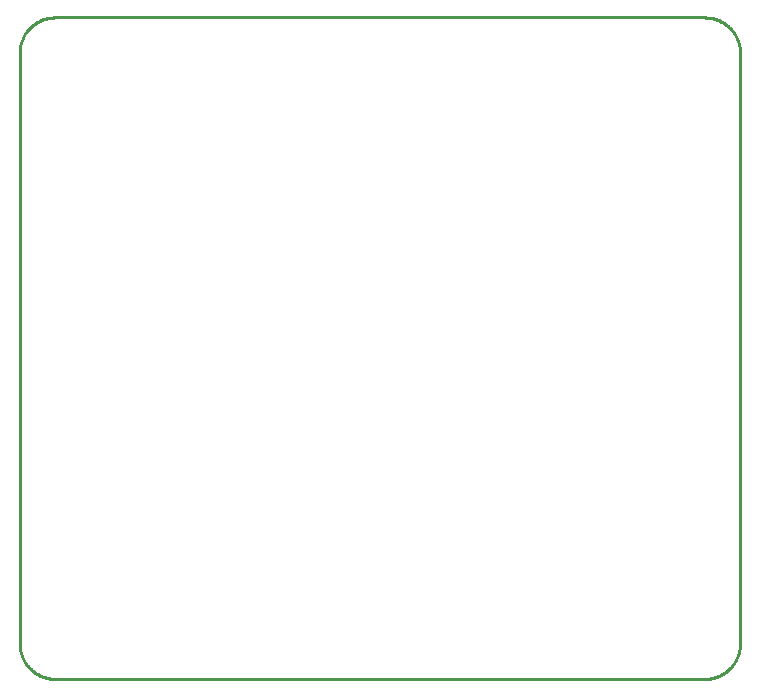
<source format=gko>
G75*
%MOIN*%
%OFA0B0*%
%FSLAX25Y25*%
%IPPOS*%
%LPD*%
%AMOC8*
5,1,8,0,0,1.08239X$1,22.5*
%
%ADD10C,0.01000*%
D10*
X0001500Y0013311D02*
X0001500Y0210161D01*
X0001503Y0210446D01*
X0001514Y0210732D01*
X0001531Y0211017D01*
X0001555Y0211301D01*
X0001586Y0211585D01*
X0001624Y0211868D01*
X0001669Y0212149D01*
X0001720Y0212430D01*
X0001778Y0212710D01*
X0001843Y0212988D01*
X0001915Y0213264D01*
X0001993Y0213538D01*
X0002078Y0213811D01*
X0002170Y0214081D01*
X0002268Y0214349D01*
X0002372Y0214615D01*
X0002483Y0214878D01*
X0002600Y0215138D01*
X0002723Y0215396D01*
X0002853Y0215650D01*
X0002989Y0215901D01*
X0003130Y0216149D01*
X0003278Y0216393D01*
X0003431Y0216634D01*
X0003591Y0216870D01*
X0003756Y0217103D01*
X0003926Y0217332D01*
X0004102Y0217557D01*
X0004284Y0217777D01*
X0004470Y0217993D01*
X0004662Y0218204D01*
X0004859Y0218411D01*
X0005061Y0218613D01*
X0005268Y0218810D01*
X0005479Y0219002D01*
X0005695Y0219188D01*
X0005915Y0219370D01*
X0006140Y0219546D01*
X0006369Y0219716D01*
X0006602Y0219881D01*
X0006838Y0220041D01*
X0007079Y0220194D01*
X0007323Y0220342D01*
X0007571Y0220483D01*
X0007822Y0220619D01*
X0008076Y0220749D01*
X0008334Y0220872D01*
X0008594Y0220989D01*
X0008857Y0221100D01*
X0009123Y0221204D01*
X0009391Y0221302D01*
X0009661Y0221394D01*
X0009934Y0221479D01*
X0010208Y0221557D01*
X0010484Y0221629D01*
X0010762Y0221694D01*
X0011042Y0221752D01*
X0011323Y0221803D01*
X0011604Y0221848D01*
X0011887Y0221886D01*
X0012171Y0221917D01*
X0012455Y0221941D01*
X0012740Y0221958D01*
X0013026Y0221969D01*
X0013311Y0221972D01*
X0229846Y0221972D01*
X0230131Y0221969D01*
X0230417Y0221958D01*
X0230702Y0221941D01*
X0230986Y0221917D01*
X0231270Y0221886D01*
X0231553Y0221848D01*
X0231834Y0221803D01*
X0232115Y0221752D01*
X0232395Y0221694D01*
X0232673Y0221629D01*
X0232949Y0221557D01*
X0233223Y0221479D01*
X0233496Y0221394D01*
X0233766Y0221302D01*
X0234034Y0221204D01*
X0234300Y0221100D01*
X0234563Y0220989D01*
X0234823Y0220872D01*
X0235081Y0220749D01*
X0235335Y0220619D01*
X0235586Y0220483D01*
X0235834Y0220342D01*
X0236078Y0220194D01*
X0236319Y0220041D01*
X0236555Y0219881D01*
X0236788Y0219716D01*
X0237017Y0219546D01*
X0237242Y0219370D01*
X0237462Y0219188D01*
X0237678Y0219002D01*
X0237889Y0218810D01*
X0238096Y0218613D01*
X0238298Y0218411D01*
X0238495Y0218204D01*
X0238687Y0217993D01*
X0238873Y0217777D01*
X0239055Y0217557D01*
X0239231Y0217332D01*
X0239401Y0217103D01*
X0239566Y0216870D01*
X0239726Y0216634D01*
X0239879Y0216393D01*
X0240027Y0216149D01*
X0240168Y0215901D01*
X0240304Y0215650D01*
X0240434Y0215396D01*
X0240557Y0215138D01*
X0240674Y0214878D01*
X0240785Y0214615D01*
X0240889Y0214349D01*
X0240987Y0214081D01*
X0241079Y0213811D01*
X0241164Y0213538D01*
X0241242Y0213264D01*
X0241314Y0212988D01*
X0241379Y0212710D01*
X0241437Y0212430D01*
X0241488Y0212149D01*
X0241533Y0211868D01*
X0241571Y0211585D01*
X0241602Y0211301D01*
X0241626Y0211017D01*
X0241643Y0210732D01*
X0241654Y0210446D01*
X0241657Y0210161D01*
X0241657Y0013311D01*
X0241654Y0013026D01*
X0241643Y0012740D01*
X0241626Y0012455D01*
X0241602Y0012171D01*
X0241571Y0011887D01*
X0241533Y0011604D01*
X0241488Y0011323D01*
X0241437Y0011042D01*
X0241379Y0010762D01*
X0241314Y0010484D01*
X0241242Y0010208D01*
X0241164Y0009934D01*
X0241079Y0009661D01*
X0240987Y0009391D01*
X0240889Y0009123D01*
X0240785Y0008857D01*
X0240674Y0008594D01*
X0240557Y0008334D01*
X0240434Y0008076D01*
X0240304Y0007822D01*
X0240168Y0007571D01*
X0240027Y0007323D01*
X0239879Y0007079D01*
X0239726Y0006838D01*
X0239566Y0006602D01*
X0239401Y0006369D01*
X0239231Y0006140D01*
X0239055Y0005915D01*
X0238873Y0005695D01*
X0238687Y0005479D01*
X0238495Y0005268D01*
X0238298Y0005061D01*
X0238096Y0004859D01*
X0237889Y0004662D01*
X0237678Y0004470D01*
X0237462Y0004284D01*
X0237242Y0004102D01*
X0237017Y0003926D01*
X0236788Y0003756D01*
X0236555Y0003591D01*
X0236319Y0003431D01*
X0236078Y0003278D01*
X0235834Y0003130D01*
X0235586Y0002989D01*
X0235335Y0002853D01*
X0235081Y0002723D01*
X0234823Y0002600D01*
X0234563Y0002483D01*
X0234300Y0002372D01*
X0234034Y0002268D01*
X0233766Y0002170D01*
X0233496Y0002078D01*
X0233223Y0001993D01*
X0232949Y0001915D01*
X0232673Y0001843D01*
X0232395Y0001778D01*
X0232115Y0001720D01*
X0231834Y0001669D01*
X0231553Y0001624D01*
X0231270Y0001586D01*
X0230986Y0001555D01*
X0230702Y0001531D01*
X0230417Y0001514D01*
X0230131Y0001503D01*
X0229846Y0001500D01*
X0013311Y0001500D01*
X0013026Y0001503D01*
X0012740Y0001514D01*
X0012455Y0001531D01*
X0012171Y0001555D01*
X0011887Y0001586D01*
X0011604Y0001624D01*
X0011323Y0001669D01*
X0011042Y0001720D01*
X0010762Y0001778D01*
X0010484Y0001843D01*
X0010208Y0001915D01*
X0009934Y0001993D01*
X0009661Y0002078D01*
X0009391Y0002170D01*
X0009123Y0002268D01*
X0008857Y0002372D01*
X0008594Y0002483D01*
X0008334Y0002600D01*
X0008076Y0002723D01*
X0007822Y0002853D01*
X0007571Y0002989D01*
X0007323Y0003130D01*
X0007079Y0003278D01*
X0006838Y0003431D01*
X0006602Y0003591D01*
X0006369Y0003756D01*
X0006140Y0003926D01*
X0005915Y0004102D01*
X0005695Y0004284D01*
X0005479Y0004470D01*
X0005268Y0004662D01*
X0005061Y0004859D01*
X0004859Y0005061D01*
X0004662Y0005268D01*
X0004470Y0005479D01*
X0004284Y0005695D01*
X0004102Y0005915D01*
X0003926Y0006140D01*
X0003756Y0006369D01*
X0003591Y0006602D01*
X0003431Y0006838D01*
X0003278Y0007079D01*
X0003130Y0007323D01*
X0002989Y0007571D01*
X0002853Y0007822D01*
X0002723Y0008076D01*
X0002600Y0008334D01*
X0002483Y0008594D01*
X0002372Y0008857D01*
X0002268Y0009123D01*
X0002170Y0009391D01*
X0002078Y0009661D01*
X0001993Y0009934D01*
X0001915Y0010208D01*
X0001843Y0010484D01*
X0001778Y0010762D01*
X0001720Y0011042D01*
X0001669Y0011323D01*
X0001624Y0011604D01*
X0001586Y0011887D01*
X0001555Y0012171D01*
X0001531Y0012455D01*
X0001514Y0012740D01*
X0001503Y0013026D01*
X0001500Y0013311D01*
M02*

</source>
